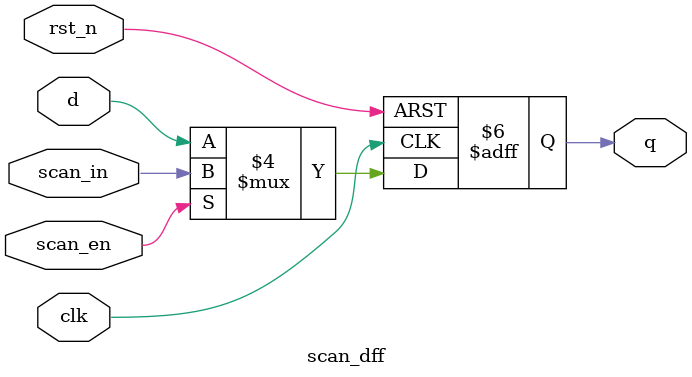
<source format=v>
`timescale 1ns/1ps
module scan_dff (
	input wire clk, //時脈
	input wire rst_n, //非同步Reset
	input wire scan_en, //Scan模式控制(1=Scan模式,0=正常模式)
	input wire d, //正常資料輸入
	input wire scan_in, //Scan資料輸
	output reg q //輸出
);

always @(posedge clk or negedge rst_n) begin
	if(!rst_n) begin
		q <= 0;
	end else if(scan_en) begin
		q <= scan_in; //Scan模式:走scan_in
	end else begin
		q <= d; //正常模式:走正常d
	end
end

endmodule
</source>
